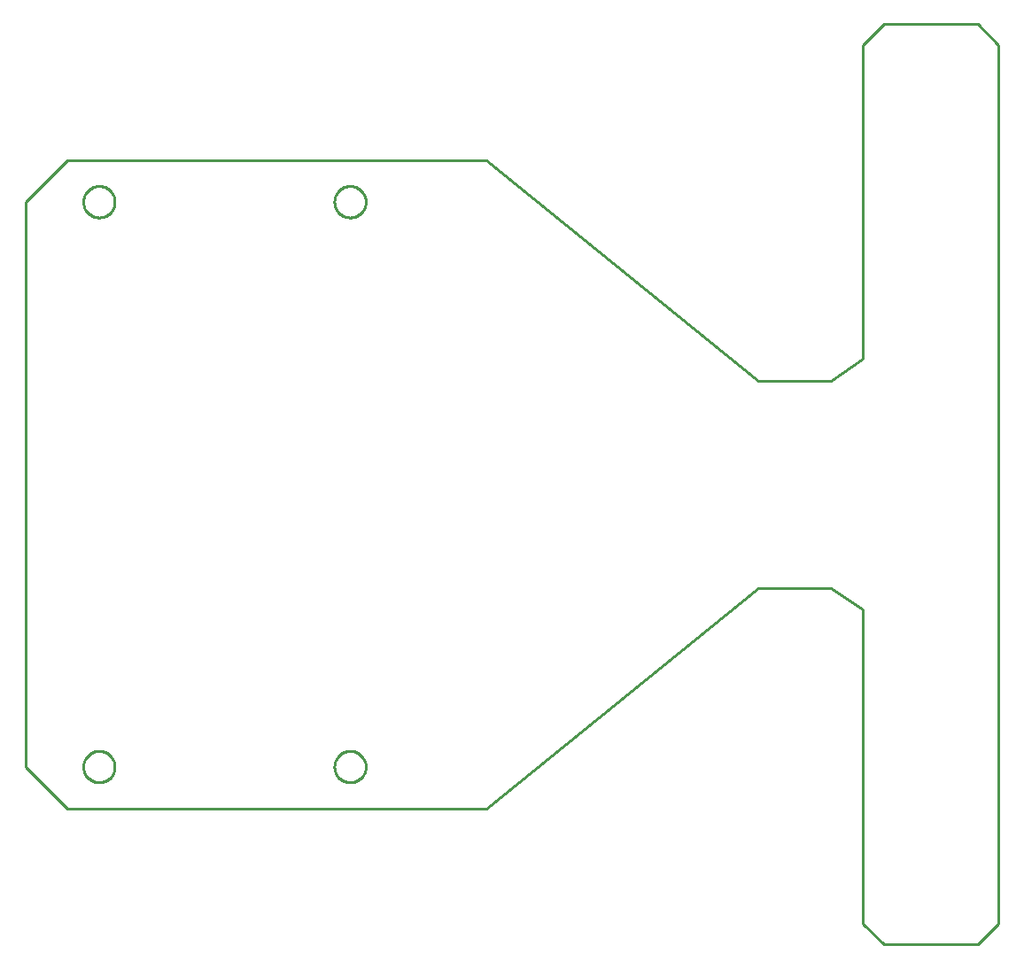
<source format=gbr>
G04 EAGLE Gerber RS-274X export*
G75*
%MOMM*%
%FSLAX34Y34*%
%LPD*%
%IN*%
%IPPOS*%
%AMOC8*
5,1,8,0,0,1.08239X$1,22.5*%
G01*
%ADD10C,0.254000*%


D10*
X-20000Y160000D02*
X20000Y120000D01*
X420000Y120000D01*
X680000Y330856D01*
X750000Y330856D01*
X780000Y310000D01*
X780000Y10000D01*
X800000Y-10000D01*
X890000Y-10000D01*
X910000Y10000D01*
X910000Y850000D01*
X890000Y870000D01*
X800000Y870000D01*
X780000Y850000D01*
X780000Y550000D01*
X750000Y529144D01*
X680000Y529144D01*
X420000Y740000D01*
X20000Y740000D01*
X-20000Y700000D01*
X-20000Y160000D01*
X49464Y685000D02*
X48396Y685076D01*
X47335Y685229D01*
X46288Y685457D01*
X45260Y685759D01*
X44256Y686133D01*
X43281Y686578D01*
X42341Y687092D01*
X41440Y687671D01*
X40582Y688313D01*
X39772Y689015D01*
X39015Y689772D01*
X38313Y690582D01*
X37671Y691440D01*
X37092Y692341D01*
X36578Y693281D01*
X36133Y694256D01*
X35759Y695260D01*
X35457Y696288D01*
X35229Y697335D01*
X35076Y698396D01*
X35000Y699464D01*
X35000Y700536D01*
X35076Y701604D01*
X35229Y702665D01*
X35457Y703712D01*
X35759Y704740D01*
X36133Y705744D01*
X36578Y706719D01*
X37092Y707659D01*
X37671Y708560D01*
X38313Y709418D01*
X39015Y710228D01*
X39772Y710985D01*
X40582Y711687D01*
X41440Y712329D01*
X42341Y712908D01*
X43281Y713422D01*
X44256Y713867D01*
X45260Y714241D01*
X46288Y714543D01*
X47335Y714771D01*
X48396Y714924D01*
X49464Y715000D01*
X50536Y715000D01*
X51604Y714924D01*
X52665Y714771D01*
X53712Y714543D01*
X54740Y714241D01*
X55744Y713867D01*
X56719Y713422D01*
X57659Y712908D01*
X58560Y712329D01*
X59418Y711687D01*
X60228Y710985D01*
X60985Y710228D01*
X61687Y709418D01*
X62329Y708560D01*
X62908Y707659D01*
X63422Y706719D01*
X63867Y705744D01*
X64241Y704740D01*
X64543Y703712D01*
X64771Y702665D01*
X64924Y701604D01*
X65000Y700536D01*
X65000Y699464D01*
X64924Y698396D01*
X64771Y697335D01*
X64543Y696288D01*
X64241Y695260D01*
X63867Y694256D01*
X63422Y693281D01*
X62908Y692341D01*
X62329Y691440D01*
X61687Y690582D01*
X60985Y689772D01*
X60228Y689015D01*
X59418Y688313D01*
X58560Y687671D01*
X57659Y687092D01*
X56719Y686578D01*
X55744Y686133D01*
X54740Y685759D01*
X53712Y685457D01*
X52665Y685229D01*
X51604Y685076D01*
X50536Y685000D01*
X49464Y685000D01*
X289464Y685000D02*
X288396Y685076D01*
X287335Y685229D01*
X286288Y685457D01*
X285260Y685759D01*
X284256Y686133D01*
X283281Y686578D01*
X282341Y687092D01*
X281440Y687671D01*
X280582Y688313D01*
X279772Y689015D01*
X279015Y689772D01*
X278313Y690582D01*
X277671Y691440D01*
X277092Y692341D01*
X276578Y693281D01*
X276133Y694256D01*
X275759Y695260D01*
X275457Y696288D01*
X275229Y697335D01*
X275076Y698396D01*
X275000Y699464D01*
X275000Y700536D01*
X275076Y701604D01*
X275229Y702665D01*
X275457Y703712D01*
X275759Y704740D01*
X276133Y705744D01*
X276578Y706719D01*
X277092Y707659D01*
X277671Y708560D01*
X278313Y709418D01*
X279015Y710228D01*
X279772Y710985D01*
X280582Y711687D01*
X281440Y712329D01*
X282341Y712908D01*
X283281Y713422D01*
X284256Y713867D01*
X285260Y714241D01*
X286288Y714543D01*
X287335Y714771D01*
X288396Y714924D01*
X289464Y715000D01*
X290536Y715000D01*
X291604Y714924D01*
X292665Y714771D01*
X293712Y714543D01*
X294740Y714241D01*
X295744Y713867D01*
X296719Y713422D01*
X297659Y712908D01*
X298560Y712329D01*
X299418Y711687D01*
X300228Y710985D01*
X300985Y710228D01*
X301687Y709418D01*
X302329Y708560D01*
X302908Y707659D01*
X303422Y706719D01*
X303867Y705744D01*
X304241Y704740D01*
X304543Y703712D01*
X304771Y702665D01*
X304924Y701604D01*
X305000Y700536D01*
X305000Y699464D01*
X304924Y698396D01*
X304771Y697335D01*
X304543Y696288D01*
X304241Y695260D01*
X303867Y694256D01*
X303422Y693281D01*
X302908Y692341D01*
X302329Y691440D01*
X301687Y690582D01*
X300985Y689772D01*
X300228Y689015D01*
X299418Y688313D01*
X298560Y687671D01*
X297659Y687092D01*
X296719Y686578D01*
X295744Y686133D01*
X294740Y685759D01*
X293712Y685457D01*
X292665Y685229D01*
X291604Y685076D01*
X290536Y685000D01*
X289464Y685000D01*
X290536Y175000D02*
X291604Y174924D01*
X292665Y174771D01*
X293712Y174543D01*
X294740Y174241D01*
X295744Y173867D01*
X296719Y173422D01*
X297659Y172908D01*
X298560Y172329D01*
X299418Y171687D01*
X300228Y170985D01*
X300985Y170228D01*
X301687Y169418D01*
X302329Y168560D01*
X302908Y167659D01*
X303422Y166719D01*
X303867Y165744D01*
X304241Y164740D01*
X304543Y163712D01*
X304771Y162665D01*
X304924Y161604D01*
X305000Y160536D01*
X305000Y159464D01*
X304924Y158396D01*
X304771Y157335D01*
X304543Y156288D01*
X304241Y155260D01*
X303867Y154256D01*
X303422Y153281D01*
X302908Y152341D01*
X302329Y151440D01*
X301687Y150582D01*
X300985Y149772D01*
X300228Y149015D01*
X299418Y148313D01*
X298560Y147671D01*
X297659Y147092D01*
X296719Y146578D01*
X295744Y146133D01*
X294740Y145759D01*
X293712Y145457D01*
X292665Y145229D01*
X291604Y145076D01*
X290536Y145000D01*
X289464Y145000D01*
X288396Y145076D01*
X287335Y145229D01*
X286288Y145457D01*
X285260Y145759D01*
X284256Y146133D01*
X283281Y146578D01*
X282341Y147092D01*
X281440Y147671D01*
X280582Y148313D01*
X279772Y149015D01*
X279015Y149772D01*
X278313Y150582D01*
X277671Y151440D01*
X277092Y152341D01*
X276578Y153281D01*
X276133Y154256D01*
X275759Y155260D01*
X275457Y156288D01*
X275229Y157335D01*
X275076Y158396D01*
X275000Y159464D01*
X275000Y160536D01*
X275076Y161604D01*
X275229Y162665D01*
X275457Y163712D01*
X275759Y164740D01*
X276133Y165744D01*
X276578Y166719D01*
X277092Y167659D01*
X277671Y168560D01*
X278313Y169418D01*
X279015Y170228D01*
X279772Y170985D01*
X280582Y171687D01*
X281440Y172329D01*
X282341Y172908D01*
X283281Y173422D01*
X284256Y173867D01*
X285260Y174241D01*
X286288Y174543D01*
X287335Y174771D01*
X288396Y174924D01*
X289464Y175000D01*
X290536Y175000D01*
X50536Y175000D02*
X51604Y174924D01*
X52665Y174771D01*
X53712Y174543D01*
X54740Y174241D01*
X55744Y173867D01*
X56719Y173422D01*
X57659Y172908D01*
X58560Y172329D01*
X59418Y171687D01*
X60228Y170985D01*
X60985Y170228D01*
X61687Y169418D01*
X62329Y168560D01*
X62908Y167659D01*
X63422Y166719D01*
X63867Y165744D01*
X64241Y164740D01*
X64543Y163712D01*
X64771Y162665D01*
X64924Y161604D01*
X65000Y160536D01*
X65000Y159464D01*
X64924Y158396D01*
X64771Y157335D01*
X64543Y156288D01*
X64241Y155260D01*
X63867Y154256D01*
X63422Y153281D01*
X62908Y152341D01*
X62329Y151440D01*
X61687Y150582D01*
X60985Y149772D01*
X60228Y149015D01*
X59418Y148313D01*
X58560Y147671D01*
X57659Y147092D01*
X56719Y146578D01*
X55744Y146133D01*
X54740Y145759D01*
X53712Y145457D01*
X52665Y145229D01*
X51604Y145076D01*
X50536Y145000D01*
X49464Y145000D01*
X48396Y145076D01*
X47335Y145229D01*
X46288Y145457D01*
X45260Y145759D01*
X44256Y146133D01*
X43281Y146578D01*
X42341Y147092D01*
X41440Y147671D01*
X40582Y148313D01*
X39772Y149015D01*
X39015Y149772D01*
X38313Y150582D01*
X37671Y151440D01*
X37092Y152341D01*
X36578Y153281D01*
X36133Y154256D01*
X35759Y155260D01*
X35457Y156288D01*
X35229Y157335D01*
X35076Y158396D01*
X35000Y159464D01*
X35000Y160536D01*
X35076Y161604D01*
X35229Y162665D01*
X35457Y163712D01*
X35759Y164740D01*
X36133Y165744D01*
X36578Y166719D01*
X37092Y167659D01*
X37671Y168560D01*
X38313Y169418D01*
X39015Y170228D01*
X39772Y170985D01*
X40582Y171687D01*
X41440Y172329D01*
X42341Y172908D01*
X43281Y173422D01*
X44256Y173867D01*
X45260Y174241D01*
X46288Y174543D01*
X47335Y174771D01*
X48396Y174924D01*
X49464Y175000D01*
X50536Y175000D01*
M02*

</source>
